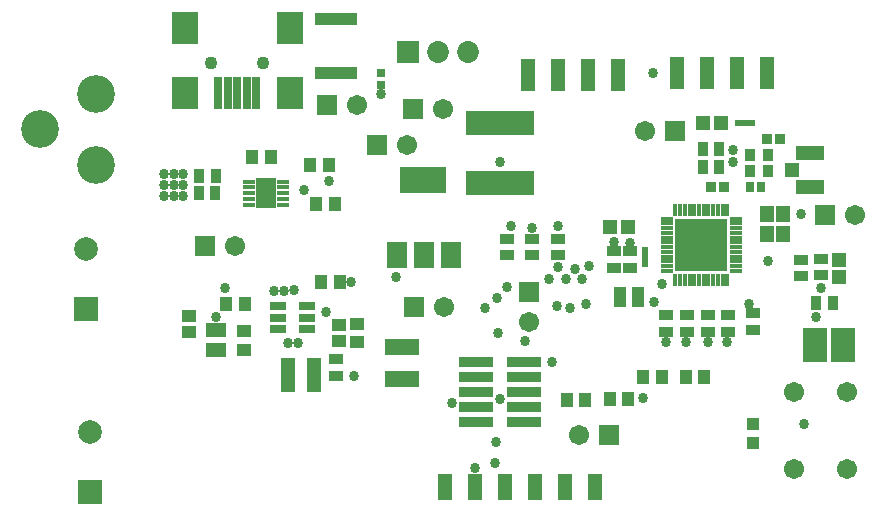
<source format=gts>
G04 Layer_Color=8388736*
%FSLAX25Y25*%
%MOIN*%
G70*
G01*
G75*
%ADD72R,0.04501X0.03753*%
%ADD73R,0.05131X0.05524*%
%ADD74R,0.02375X0.03261*%
%ADD75R,0.04737X0.10642*%
%ADD76R,0.04147X0.04540*%
%ADD77R,0.03753X0.04501*%
%ADD78R,0.06587X0.04619*%
%ADD79R,0.04658X0.03871*%
%ADD80R,0.22532X0.08123*%
%ADD81R,0.11509X0.05761*%
%ADD82R,0.03162X0.03241*%
%ADD83R,0.14304X0.04147*%
%ADD84R,0.09461X0.04934*%
%ADD85R,0.04934X0.04737*%
%ADD86R,0.04737X0.11430*%
%ADD87R,0.03753X0.03359*%
%ADD88R,0.04737X0.04737*%
%ADD89R,0.04737X0.04737*%
%ADD90R,0.04343X0.04540*%
%ADD91R,0.04540X0.04343*%
%ADD92R,0.04737X0.04147*%
%ADD93R,0.03556X0.04343*%
%ADD94R,0.04461X0.04225*%
%ADD95R,0.03261X0.02375*%
%ADD96R,0.04147X0.04737*%
%ADD97R,0.04107X0.01824*%
%ADD98R,0.06706X0.10052*%
%ADD99R,0.05524X0.03162*%
%ADD100R,0.06700X0.08700*%
%ADD101R,0.15800X0.08700*%
%ADD102R,0.02768X0.10642*%
%ADD103R,0.08674X0.10642*%
%ADD104R,0.02768X0.03162*%
%ADD105R,0.07887X0.11627*%
%ADD106R,0.01666X0.03989*%
%ADD107R,0.03989X0.01666*%
%ADD108R,0.17335X0.17335*%
%ADD109R,0.03950X0.06706*%
%ADD110R,0.04737X0.08674*%
%ADD111R,0.11784X0.03713*%
%ADD112R,0.04540X0.04737*%
%ADD113C,0.12611*%
%ADD114R,0.07887X0.07887*%
%ADD115C,0.07887*%
%ADD116R,0.07296X0.07296*%
%ADD117C,0.07296*%
%ADD118R,0.06706X0.06706*%
%ADD119C,0.06706*%
%ADD120R,0.06706X0.06706*%
%ADD121C,0.04343*%
%ADD122C,0.03400*%
D72*
X268360Y100141D02*
D03*
Y94629D02*
D03*
X205000Y102756D02*
D03*
Y97244D02*
D03*
X107000Y66756D02*
D03*
Y61244D02*
D03*
X261844Y99956D02*
D03*
Y94444D02*
D03*
X216900Y75900D02*
D03*
Y81412D02*
D03*
X223800Y81468D02*
D03*
Y75956D02*
D03*
X199500Y102656D02*
D03*
Y97144D02*
D03*
X245700Y76544D02*
D03*
Y82056D02*
D03*
X231000Y81456D02*
D03*
Y75944D02*
D03*
X237400Y81356D02*
D03*
Y75844D02*
D03*
X163700Y106884D02*
D03*
Y101372D02*
D03*
X180700Y106884D02*
D03*
Y101372D02*
D03*
X172200Y106884D02*
D03*
Y101372D02*
D03*
D73*
X250444Y115047D02*
D03*
Y108353D02*
D03*
X255956D02*
D03*
Y115047D02*
D03*
D74*
X209800Y102522D02*
D03*
Y99278D02*
D03*
D75*
X171000Y161500D02*
D03*
X181000D02*
D03*
X191000D02*
D03*
X201000D02*
D03*
X220500Y162000D02*
D03*
X230500D02*
D03*
X240500D02*
D03*
X250500D02*
D03*
D76*
X209350Y60900D02*
D03*
X215650D02*
D03*
X85050Y134200D02*
D03*
X78750D02*
D03*
D77*
X66856Y127700D02*
D03*
X61344D02*
D03*
X61144Y122200D02*
D03*
X66656D02*
D03*
X229044Y130700D02*
D03*
X234556D02*
D03*
X229044Y136700D02*
D03*
X234556D02*
D03*
X272400Y85500D02*
D03*
X266888D02*
D03*
D78*
X66800Y76368D02*
D03*
Y69832D02*
D03*
D79*
X58000Y81256D02*
D03*
Y75744D02*
D03*
X108000Y72744D02*
D03*
Y78256D02*
D03*
D80*
X161500Y125539D02*
D03*
Y145461D02*
D03*
D81*
X129000Y60264D02*
D03*
Y70736D02*
D03*
D82*
X248415Y124000D02*
D03*
X244793D02*
D03*
D83*
X107000Y180110D02*
D03*
Y162000D02*
D03*
D84*
X264904Y135607D02*
D03*
Y123993D02*
D03*
D85*
X258900Y129800D02*
D03*
D86*
X90969Y61600D02*
D03*
X99631D02*
D03*
D87*
X231735Y124100D02*
D03*
X236065D02*
D03*
X250539Y140200D02*
D03*
X254869D02*
D03*
D88*
X274659Y94039D02*
D03*
Y99944D02*
D03*
D89*
X235053Y145500D02*
D03*
X229147D02*
D03*
D90*
X104474Y131500D02*
D03*
X98175D02*
D03*
X100350Y118500D02*
D03*
X106650D02*
D03*
X70150Y85100D02*
D03*
X76450D02*
D03*
X108150Y92500D02*
D03*
X101850D02*
D03*
D91*
X76300Y76250D02*
D03*
Y69950D02*
D03*
D92*
X114000Y78453D02*
D03*
Y72547D02*
D03*
D93*
X244898Y129500D02*
D03*
X250804D02*
D03*
X244851Y134700D02*
D03*
X250757D02*
D03*
D94*
X246000Y38929D02*
D03*
Y45071D02*
D03*
D95*
X244722Y145300D02*
D03*
X241478D02*
D03*
D96*
X183900Y53000D02*
D03*
X189805D02*
D03*
X204053Y53300D02*
D03*
X198147D02*
D03*
X229453Y60900D02*
D03*
X223547D02*
D03*
D97*
X77850Y125937D02*
D03*
Y123969D02*
D03*
Y120031D02*
D03*
Y122000D02*
D03*
X89150D02*
D03*
Y120031D02*
D03*
X77850Y118063D02*
D03*
X89150D02*
D03*
Y123969D02*
D03*
Y125937D02*
D03*
D98*
X83500Y122000D02*
D03*
D99*
X97221Y76860D02*
D03*
Y80600D02*
D03*
Y84340D02*
D03*
X87379D02*
D03*
Y80600D02*
D03*
Y76860D02*
D03*
D100*
X127100Y101600D02*
D03*
X136100D02*
D03*
X145100D02*
D03*
D101*
X136000Y126400D02*
D03*
D102*
X80258Y155425D02*
D03*
X77109D02*
D03*
X73959D02*
D03*
X70810D02*
D03*
X67660D02*
D03*
D103*
X91518D02*
D03*
X56400D02*
D03*
X91518Y177000D02*
D03*
X56400D02*
D03*
D104*
X122000Y161969D02*
D03*
Y158031D02*
D03*
D105*
X266376Y71500D02*
D03*
X275824D02*
D03*
D106*
X237324Y116500D02*
D03*
X235749D02*
D03*
X234174D02*
D03*
X232599D02*
D03*
X231024D02*
D03*
X229450D02*
D03*
X227875D02*
D03*
X226300D02*
D03*
X224725D02*
D03*
X223150D02*
D03*
X221576D02*
D03*
X220001D02*
D03*
Y93272D02*
D03*
X221576D02*
D03*
X223150D02*
D03*
X224725D02*
D03*
X226300D02*
D03*
X227875D02*
D03*
X229450D02*
D03*
X231024D02*
D03*
X232599D02*
D03*
X234174D02*
D03*
X235749D02*
D03*
X237324D02*
D03*
D107*
X240276Y96224D02*
D03*
Y97799D02*
D03*
Y99374D02*
D03*
Y100949D02*
D03*
Y102524D02*
D03*
Y104098D02*
D03*
Y105673D02*
D03*
Y107248D02*
D03*
Y108823D02*
D03*
Y110398D02*
D03*
Y111972D02*
D03*
Y113547D02*
D03*
X217048D02*
D03*
Y111972D02*
D03*
Y110398D02*
D03*
Y108823D02*
D03*
Y107248D02*
D03*
Y105673D02*
D03*
Y104098D02*
D03*
Y102524D02*
D03*
Y100949D02*
D03*
Y99374D02*
D03*
Y97799D02*
D03*
Y96224D02*
D03*
D108*
X228662Y104886D02*
D03*
D109*
X201547Y87300D02*
D03*
X207453D02*
D03*
D110*
X193200Y24071D02*
D03*
X183200D02*
D03*
X173200D02*
D03*
X163200D02*
D03*
X153200D02*
D03*
X143200D02*
D03*
D111*
X153588Y65700D02*
D03*
X169612D02*
D03*
X153588Y60700D02*
D03*
X169612D02*
D03*
X153588Y55700D02*
D03*
X169612D02*
D03*
X153588Y50700D02*
D03*
X169612D02*
D03*
X153588Y45700D02*
D03*
X169612D02*
D03*
D112*
X204350Y110800D02*
D03*
X198050D02*
D03*
D113*
X26700Y131578D02*
D03*
Y155200D02*
D03*
X8196Y143389D02*
D03*
D114*
X23500Y83500D02*
D03*
X25000Y22500D02*
D03*
D115*
X23500Y103500D02*
D03*
X25000Y42500D02*
D03*
D116*
X131000Y169000D02*
D03*
D117*
X141000D02*
D03*
X151000D02*
D03*
D118*
X198000Y41500D02*
D03*
X219700Y142700D02*
D03*
X132500Y150000D02*
D03*
X269700Y114900D02*
D03*
X63200Y104600D02*
D03*
X104000Y151500D02*
D03*
X120500Y138000D02*
D03*
X133000Y84000D02*
D03*
D119*
X188000Y41500D02*
D03*
X171100Y79200D02*
D03*
X209700Y142700D02*
D03*
X142500Y150000D02*
D03*
X279700Y114900D02*
D03*
X73200Y104600D02*
D03*
X114000Y151500D02*
D03*
X130500Y138000D02*
D03*
X143000Y84000D02*
D03*
X277358Y30205D02*
D03*
X259642D02*
D03*
X277358Y55795D02*
D03*
X259642D02*
D03*
D120*
X171100Y89200D02*
D03*
D121*
X82621Y165307D02*
D03*
X65298D02*
D03*
D122*
X93000Y89700D02*
D03*
X89400Y89600D02*
D03*
X86200D02*
D03*
X103400Y82300D02*
D03*
X244500Y85000D02*
D03*
X160200Y39100D02*
D03*
X165100Y111000D02*
D03*
X250800Y99600D02*
D03*
X199500Y105800D02*
D03*
X191200Y97800D02*
D03*
X160500Y87100D02*
D03*
X160700Y75300D02*
D03*
X163900Y90800D02*
D03*
X96100Y123200D02*
D03*
X83600Y122400D02*
D03*
Y119600D02*
D03*
Y125100D02*
D03*
X55900Y128500D02*
D03*
X49400Y124900D02*
D03*
Y128400D02*
D03*
X52700D02*
D03*
X52800Y124900D02*
D03*
Y121100D02*
D03*
X49400D02*
D03*
X55900D02*
D03*
Y124900D02*
D03*
X94300Y72100D02*
D03*
X90900D02*
D03*
X262929Y45071D02*
D03*
X161500Y132500D02*
D03*
X122000Y155000D02*
D03*
X127000Y94000D02*
D03*
X66800Y80800D02*
D03*
X213000Y85800D02*
D03*
X178700Y65700D02*
D03*
X180900Y97300D02*
D03*
X180600Y84500D02*
D03*
X186500Y96900D02*
D03*
X177700Y93400D02*
D03*
X70000Y90500D02*
D03*
X190300Y85000D02*
D03*
X209350Y53750D02*
D03*
X153200Y30400D02*
D03*
X266888Y80788D02*
D03*
X268360Y90340D02*
D03*
X261747Y115047D02*
D03*
X180700Y111000D02*
D03*
X172200Y110600D02*
D03*
X169800Y72900D02*
D03*
X264404Y124300D02*
D03*
X215500Y91800D02*
D03*
X184800Y83900D02*
D03*
X159900Y32000D02*
D03*
X161500Y53300D02*
D03*
X113000Y61000D02*
D03*
X156500Y83800D02*
D03*
X111700Y92300D02*
D03*
X205000Y105600D02*
D03*
X188800Y93300D02*
D03*
X239200Y136600D02*
D03*
X239100Y132300D02*
D03*
X183600Y93400D02*
D03*
X212500Y162000D02*
D03*
X217000Y72500D02*
D03*
X223600D02*
D03*
X231000D02*
D03*
X237300D02*
D03*
X104500Y126200D02*
D03*
X145400Y52100D02*
D03*
M02*

</source>
